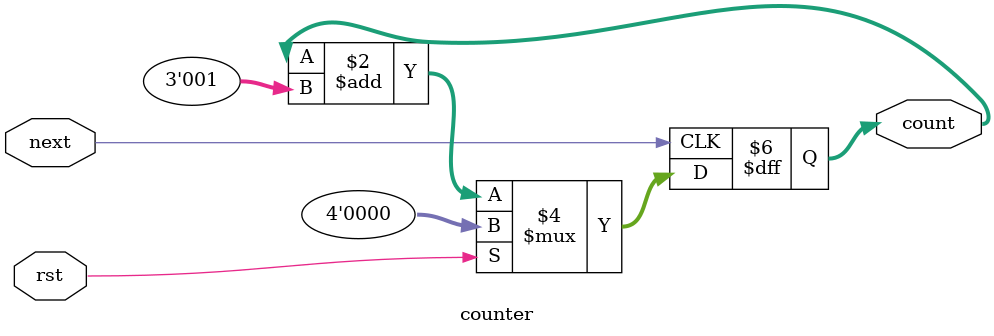
<source format=sv>
module counter #(parameter N=3)
					(input logic next, rst,
					output logic[N:0] count);

					
always_ff @(posedge next)
	if(rst) count <= 0;
	else count <= count + { {N-1 {1'b0}}, 1'b1};
	
endmodule

</source>
